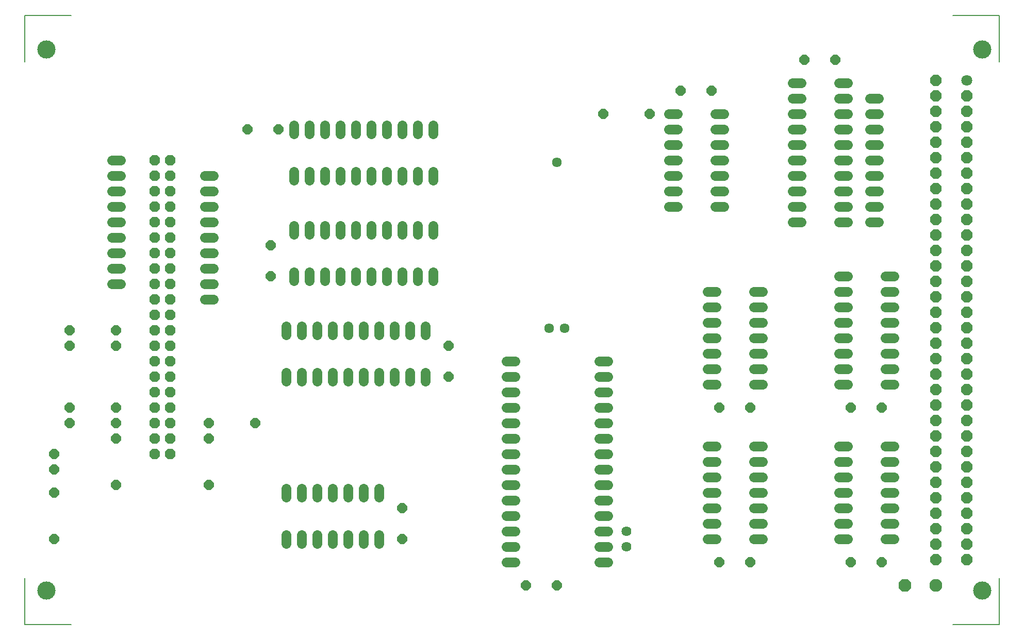
<source format=gts>
G75*
G70*
%OFA0B0*%
%FSLAX24Y24*%
%IPPOS*%
%LPD*%
%AMOC8*
5,1,8,0,0,1.08239X$1,22.5*
%
%ADD10C,0.0060*%
%ADD11C,0.0710*%
%ADD12OC8,0.0710*%
%ADD13C,0.1180*%
%ADD14C,0.0640*%
%ADD15C,0.0640*%
%ADD16OC8,0.0680*%
%ADD17OC8,0.0640*%
%ADD18C,0.0830*%
%ADD19OC8,0.0830*%
%ADD20C,0.0635*%
D10*
X004948Y007423D02*
X004948Y010423D01*
X004948Y007423D02*
X007948Y007423D01*
X004948Y043803D02*
X004948Y046803D01*
X007948Y046803D01*
X064948Y046803D02*
X067948Y046803D01*
X067948Y043803D01*
X067948Y010423D02*
X067948Y007423D01*
X064948Y007423D01*
D11*
X065848Y042613D03*
D12*
X065848Y041613D03*
X065848Y040613D03*
X065848Y039613D03*
X065848Y038613D03*
X065848Y037613D03*
X065848Y036613D03*
X065848Y035613D03*
X065848Y034613D03*
X065848Y033613D03*
X065848Y032613D03*
X065848Y031613D03*
X065848Y030613D03*
X065848Y029613D03*
X065848Y028613D03*
X065848Y027613D03*
X065848Y026613D03*
X065848Y025613D03*
X065848Y024613D03*
X065848Y023613D03*
X065848Y022613D03*
X065848Y021613D03*
X065848Y020613D03*
X065848Y019613D03*
X065848Y018613D03*
X065848Y017613D03*
X065848Y016613D03*
X065848Y015613D03*
X065848Y014613D03*
X065848Y013613D03*
X065848Y012613D03*
X065848Y011613D03*
X063848Y011613D03*
X063848Y012613D03*
X063848Y013613D03*
X063848Y014613D03*
X063848Y015613D03*
X063848Y016613D03*
X063848Y017613D03*
X063848Y018613D03*
X063848Y019613D03*
X063848Y020613D03*
X063848Y021613D03*
X063848Y022613D03*
X063848Y023613D03*
X063848Y024613D03*
X063848Y025613D03*
X063848Y026613D03*
X063848Y027613D03*
X063848Y028613D03*
X063848Y029613D03*
X063848Y030613D03*
X063848Y031613D03*
X063848Y032613D03*
X063848Y033613D03*
X063848Y034613D03*
X063848Y035613D03*
X063848Y036613D03*
X063848Y037613D03*
X063848Y038613D03*
X063848Y039613D03*
X063848Y040613D03*
X063848Y041613D03*
X063848Y042613D03*
D13*
X066848Y044613D03*
X066848Y009613D03*
X006348Y009613D03*
X006348Y044613D03*
D14*
X010568Y037428D02*
X011128Y037428D01*
X011128Y036428D02*
X010568Y036428D01*
X010568Y035428D02*
X011128Y035428D01*
X011128Y034428D02*
X010568Y034428D01*
X010568Y033428D02*
X011128Y033428D01*
X011128Y032428D02*
X010568Y032428D01*
X010568Y031428D02*
X011128Y031428D01*
X011128Y030428D02*
X010568Y030428D01*
X010568Y029428D02*
X011128Y029428D01*
X016568Y029428D02*
X017128Y029428D01*
X017128Y028428D02*
X016568Y028428D01*
X016568Y030428D02*
X017128Y030428D01*
X017128Y031428D02*
X016568Y031428D01*
X016568Y032428D02*
X017128Y032428D01*
X017128Y033428D02*
X016568Y033428D01*
X016568Y034428D02*
X017128Y034428D01*
X017128Y035428D02*
X016568Y035428D01*
X016568Y036428D02*
X017128Y036428D01*
X022348Y036148D02*
X022348Y036708D01*
X023348Y036708D02*
X023348Y036148D01*
X024348Y036148D02*
X024348Y036708D01*
X025348Y036708D02*
X025348Y036148D01*
X026348Y036148D02*
X026348Y036708D01*
X027348Y036708D02*
X027348Y036148D01*
X028348Y036148D02*
X028348Y036708D01*
X029348Y036708D02*
X029348Y036148D01*
X030348Y036148D02*
X030348Y036708D01*
X031348Y036708D02*
X031348Y036148D01*
X031348Y033208D02*
X031348Y032648D01*
X030348Y032648D02*
X030348Y033208D01*
X029348Y033208D02*
X029348Y032648D01*
X028348Y032648D02*
X028348Y033208D01*
X027348Y033208D02*
X027348Y032648D01*
X026348Y032648D02*
X026348Y033208D01*
X025348Y033208D02*
X025348Y032648D01*
X024348Y032648D02*
X024348Y033208D01*
X023348Y033208D02*
X023348Y032648D01*
X022348Y032648D02*
X022348Y033208D01*
X022348Y030208D02*
X022348Y029648D01*
X023348Y029648D02*
X023348Y030208D01*
X024348Y030208D02*
X024348Y029648D01*
X025348Y029648D02*
X025348Y030208D01*
X026348Y030208D02*
X026348Y029648D01*
X027348Y029648D02*
X027348Y030208D01*
X028348Y030208D02*
X028348Y029648D01*
X029348Y029648D02*
X029348Y030208D01*
X030348Y030208D02*
X030348Y029648D01*
X031348Y029648D02*
X031348Y030208D01*
X030848Y026708D02*
X030848Y026148D01*
X029848Y026148D02*
X029848Y026708D01*
X028848Y026708D02*
X028848Y026148D01*
X027848Y026148D02*
X027848Y026708D01*
X026848Y026708D02*
X026848Y026148D01*
X025848Y026148D02*
X025848Y026708D01*
X024848Y026708D02*
X024848Y026148D01*
X023848Y026148D02*
X023848Y026708D01*
X022848Y026708D02*
X022848Y026148D01*
X021848Y026148D02*
X021848Y026708D01*
X021848Y023708D02*
X021848Y023148D01*
X022848Y023148D02*
X022848Y023708D01*
X023848Y023708D02*
X023848Y023148D01*
X024848Y023148D02*
X024848Y023708D01*
X025848Y023708D02*
X025848Y023148D01*
X026848Y023148D02*
X026848Y023708D01*
X027848Y023708D02*
X027848Y023148D01*
X028848Y023148D02*
X028848Y023708D01*
X029848Y023708D02*
X029848Y023148D01*
X030848Y023148D02*
X030848Y023708D01*
X036068Y023428D02*
X036628Y023428D01*
X036628Y022428D02*
X036068Y022428D01*
X036068Y021428D02*
X036628Y021428D01*
X036628Y020428D02*
X036068Y020428D01*
X036068Y019428D02*
X036628Y019428D01*
X036628Y018428D02*
X036068Y018428D01*
X036068Y017428D02*
X036628Y017428D01*
X036628Y016428D02*
X036068Y016428D01*
X036068Y015428D02*
X036628Y015428D01*
X036628Y014428D02*
X036068Y014428D01*
X036068Y013428D02*
X036628Y013428D01*
X036628Y012428D02*
X036068Y012428D01*
X036068Y011428D02*
X036628Y011428D01*
X042068Y011428D02*
X042628Y011428D01*
X042628Y012428D02*
X042068Y012428D01*
X042068Y013428D02*
X042628Y013428D01*
X042628Y014428D02*
X042068Y014428D01*
X042068Y015428D02*
X042628Y015428D01*
X042628Y016428D02*
X042068Y016428D01*
X042068Y017428D02*
X042628Y017428D01*
X042628Y018428D02*
X042068Y018428D01*
X042068Y019428D02*
X042628Y019428D01*
X042628Y020428D02*
X042068Y020428D01*
X042068Y021428D02*
X042628Y021428D01*
X042628Y022428D02*
X042068Y022428D01*
X042068Y023428D02*
X042628Y023428D01*
X042628Y024428D02*
X042068Y024428D01*
X036628Y024428D02*
X036068Y024428D01*
X027848Y016208D02*
X027848Y015648D01*
X026848Y015648D02*
X026848Y016208D01*
X025848Y016208D02*
X025848Y015648D01*
X024848Y015648D02*
X024848Y016208D01*
X023848Y016208D02*
X023848Y015648D01*
X022848Y015648D02*
X022848Y016208D01*
X021848Y016208D02*
X021848Y015648D01*
X021848Y013208D02*
X021848Y012648D01*
X022848Y012648D02*
X022848Y013208D01*
X023848Y013208D02*
X023848Y012648D01*
X024848Y012648D02*
X024848Y013208D01*
X025848Y013208D02*
X025848Y012648D01*
X026848Y012648D02*
X026848Y013208D01*
X027848Y013208D02*
X027848Y012648D01*
X049068Y012928D02*
X049628Y012928D01*
X049628Y013928D02*
X049068Y013928D01*
X049068Y014928D02*
X049628Y014928D01*
X049628Y015928D02*
X049068Y015928D01*
X049068Y016928D02*
X049628Y016928D01*
X049628Y017928D02*
X049068Y017928D01*
X049068Y018928D02*
X049628Y018928D01*
X052068Y018928D02*
X052628Y018928D01*
X052628Y017928D02*
X052068Y017928D01*
X052068Y016928D02*
X052628Y016928D01*
X052628Y015928D02*
X052068Y015928D01*
X052068Y014928D02*
X052628Y014928D01*
X052628Y013928D02*
X052068Y013928D01*
X052068Y012928D02*
X052628Y012928D01*
X057568Y012928D02*
X058128Y012928D01*
X058128Y013928D02*
X057568Y013928D01*
X057568Y014928D02*
X058128Y014928D01*
X058128Y015928D02*
X057568Y015928D01*
X057568Y016928D02*
X058128Y016928D01*
X058128Y017928D02*
X057568Y017928D01*
X057568Y018928D02*
X058128Y018928D01*
X060568Y018928D02*
X061128Y018928D01*
X061128Y017928D02*
X060568Y017928D01*
X060568Y016928D02*
X061128Y016928D01*
X061128Y015928D02*
X060568Y015928D01*
X060568Y014928D02*
X061128Y014928D01*
X061128Y013928D02*
X060568Y013928D01*
X060568Y012928D02*
X061128Y012928D01*
X061128Y022928D02*
X060568Y022928D01*
X060568Y023928D02*
X061128Y023928D01*
X061128Y024928D02*
X060568Y024928D01*
X060568Y025928D02*
X061128Y025928D01*
X061128Y026928D02*
X060568Y026928D01*
X060568Y027928D02*
X061128Y027928D01*
X061128Y028928D02*
X060568Y028928D01*
X060568Y029928D02*
X061128Y029928D01*
X058128Y029928D02*
X057568Y029928D01*
X057568Y028928D02*
X058128Y028928D01*
X058128Y027928D02*
X057568Y027928D01*
X057568Y026928D02*
X058128Y026928D01*
X058128Y025928D02*
X057568Y025928D01*
X057568Y024928D02*
X058128Y024928D01*
X058128Y023928D02*
X057568Y023928D01*
X057568Y022928D02*
X058128Y022928D01*
X052628Y022928D02*
X052068Y022928D01*
X052068Y023928D02*
X052628Y023928D01*
X052628Y024928D02*
X052068Y024928D01*
X052068Y025928D02*
X052628Y025928D01*
X052628Y026928D02*
X052068Y026928D01*
X052068Y027928D02*
X052628Y027928D01*
X052628Y028928D02*
X052068Y028928D01*
X049628Y028928D02*
X049068Y028928D01*
X049068Y027928D02*
X049628Y027928D01*
X049628Y026928D02*
X049068Y026928D01*
X049068Y025928D02*
X049628Y025928D01*
X049628Y024928D02*
X049068Y024928D01*
X049068Y023928D02*
X049628Y023928D01*
X049628Y022928D02*
X049068Y022928D01*
X054568Y033428D02*
X055128Y033428D01*
X055128Y034428D02*
X054568Y034428D01*
X054568Y035428D02*
X055128Y035428D01*
X055128Y036428D02*
X054568Y036428D01*
X054568Y037428D02*
X055128Y037428D01*
X055128Y038428D02*
X054568Y038428D01*
X054568Y039428D02*
X055128Y039428D01*
X055128Y040428D02*
X054568Y040428D01*
X054568Y041428D02*
X055128Y041428D01*
X055128Y042428D02*
X054568Y042428D01*
X057568Y042428D02*
X058128Y042428D01*
X058128Y041428D02*
X057568Y041428D01*
X057568Y040428D02*
X058128Y040428D01*
X058128Y039428D02*
X057568Y039428D01*
X057568Y038428D02*
X058128Y038428D01*
X058128Y037428D02*
X057568Y037428D01*
X057568Y036428D02*
X058128Y036428D01*
X058128Y035428D02*
X057568Y035428D01*
X057568Y034428D02*
X058128Y034428D01*
X058128Y033428D02*
X057568Y033428D01*
X059568Y033428D02*
X060128Y033428D01*
X060128Y034428D02*
X059568Y034428D01*
X059568Y035428D02*
X060128Y035428D01*
X060128Y036428D02*
X059568Y036428D01*
X059568Y037428D02*
X060128Y037428D01*
X060128Y038428D02*
X059568Y038428D01*
X059568Y039428D02*
X060128Y039428D01*
X060128Y040428D02*
X059568Y040428D01*
X059568Y041428D02*
X060128Y041428D01*
X050128Y040428D02*
X049568Y040428D01*
X049568Y039428D02*
X050128Y039428D01*
X050128Y038428D02*
X049568Y038428D01*
X049568Y037428D02*
X050128Y037428D01*
X050128Y036428D02*
X049568Y036428D01*
X049568Y035428D02*
X050128Y035428D01*
X050128Y034428D02*
X049568Y034428D01*
X047128Y034428D02*
X046568Y034428D01*
X046568Y035428D02*
X047128Y035428D01*
X047128Y036428D02*
X046568Y036428D01*
X046568Y037428D02*
X047128Y037428D01*
X047128Y038428D02*
X046568Y038428D01*
X046568Y039428D02*
X047128Y039428D01*
X047128Y040428D02*
X046568Y040428D01*
X031348Y039708D02*
X031348Y039148D01*
X030348Y039148D02*
X030348Y039708D01*
X029348Y039708D02*
X029348Y039148D01*
X028348Y039148D02*
X028348Y039708D01*
X027348Y039708D02*
X027348Y039148D01*
X026348Y039148D02*
X026348Y039708D01*
X025348Y039708D02*
X025348Y039148D01*
X024348Y039148D02*
X024348Y039708D01*
X023348Y039708D02*
X023348Y039148D01*
X022348Y039148D02*
X022348Y039708D01*
D15*
X043848Y013428D03*
X043848Y012428D03*
D16*
X014348Y018428D03*
X014348Y019428D03*
X014348Y020428D03*
X014348Y021428D03*
X014348Y022428D03*
X014348Y023428D03*
X014348Y024428D03*
X014348Y025428D03*
X014348Y026428D03*
X014348Y027428D03*
X014348Y028428D03*
X014348Y029428D03*
X014348Y030428D03*
X014348Y031428D03*
X014348Y032428D03*
X014348Y033428D03*
X014348Y034428D03*
X014348Y035428D03*
X014348Y036428D03*
X014348Y037428D03*
X013348Y037428D03*
X013348Y036428D03*
X013348Y035428D03*
X013348Y034428D03*
X013348Y033428D03*
X013348Y032428D03*
X013348Y031428D03*
X013348Y030428D03*
X013348Y029428D03*
X013348Y028428D03*
X013348Y027428D03*
X013348Y026428D03*
X013348Y025428D03*
X013348Y024428D03*
X013348Y023428D03*
X013348Y022428D03*
X013348Y021428D03*
X013348Y020428D03*
X013348Y019428D03*
X013348Y018428D03*
D17*
X010848Y019428D03*
X010848Y020428D03*
X010848Y021428D03*
X007848Y021428D03*
X007848Y020428D03*
X006848Y018428D03*
X006848Y017428D03*
X006848Y015928D03*
X006848Y012928D03*
X010848Y016428D03*
X016848Y016428D03*
X016848Y019428D03*
X016848Y020428D03*
X019848Y020428D03*
X010848Y025428D03*
X010848Y026428D03*
X007848Y026428D03*
X007848Y025428D03*
X020848Y029928D03*
X020848Y031928D03*
X021348Y039428D03*
X019348Y039428D03*
X032348Y025428D03*
X032348Y023428D03*
X029348Y014928D03*
X029348Y012928D03*
X037348Y009928D03*
X039348Y009928D03*
X049848Y011428D03*
X051848Y011428D03*
X058348Y011428D03*
X060348Y011428D03*
X060348Y021428D03*
X058348Y021428D03*
X051848Y021428D03*
X049848Y021428D03*
X045348Y040428D03*
X047348Y041928D03*
X049348Y041928D03*
X055348Y043928D03*
X057348Y043928D03*
X042348Y040428D03*
D18*
X063848Y009928D03*
D19*
X061848Y009928D03*
D20*
X039848Y026568D03*
X038848Y026568D03*
X039348Y037318D03*
M02*

</source>
